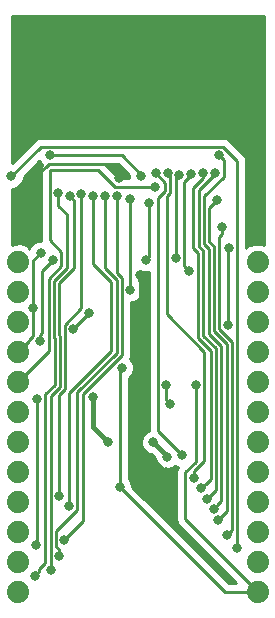
<source format=gbr>
G04 #@! TF.GenerationSoftware,KiCad,Pcbnew,(5.0.2)-1*
G04 #@! TF.CreationDate,2019-10-20T23:59:16+02:00*
G04 #@! TF.ProjectId,esp32-lifepo4 - slim,65737033-322d-46c6-9966-65706f34202d,rev?*
G04 #@! TF.SameCoordinates,Original*
G04 #@! TF.FileFunction,Copper,L2,Bot*
G04 #@! TF.FilePolarity,Positive*
%FSLAX46Y46*%
G04 Gerber Fmt 4.6, Leading zero omitted, Abs format (unit mm)*
G04 Created by KiCad (PCBNEW (5.0.2)-1) date 20/10/2019 23:59:16*
%MOMM*%
%LPD*%
G01*
G04 APERTURE LIST*
G04 #@! TA.AperFunction,ComponentPad*
%ADD10C,1.879600*%
G04 #@! TD*
G04 #@! TA.AperFunction,ViaPad*
%ADD11C,0.800000*%
G04 #@! TD*
G04 #@! TA.AperFunction,Conductor*
%ADD12C,0.250000*%
G04 #@! TD*
G04 #@! TA.AperFunction,Conductor*
%ADD13C,0.400000*%
G04 #@! TD*
G04 #@! TA.AperFunction,Conductor*
%ADD14C,0.254000*%
G04 #@! TD*
G04 APERTURE END LIST*
D10*
G04 #@! TO.P,J1,1*
G04 #@! TO.N,3V3*
X136816160Y-90510934D03*
G04 #@! TO.P,J1,2*
G04 #@! TO.N,VIN*
X136816160Y-93050934D03*
G04 #@! TO.P,J1,3*
G04 #@! TO.N,BAT+*
X136816160Y-95590934D03*
G04 #@! TO.P,J1,4*
G04 #@! TO.N,GND*
X136816160Y-98130934D03*
G04 #@! TO.P,J1,5*
G04 #@! TO.N,BOOT*
X136816160Y-100670934D03*
G04 #@! TO.P,J1,6*
G04 #@! TO.N,IO32*
X136816160Y-103210934D03*
G04 #@! TO.P,J1,7*
G04 #@! TO.N,IO33*
X136816160Y-105750934D03*
G04 #@! TO.P,J1,8*
G04 #@! TO.N,IO34*
X136816160Y-108290934D03*
G04 #@! TO.P,J1,9*
G04 #@! TO.N,IO35*
X136816160Y-110830934D03*
G04 #@! TO.P,J1,10*
G04 #@! TO.N,IO25*
X136816160Y-113370934D03*
G04 #@! TO.P,J1,11*
G04 #@! TO.N,IO26*
X136816160Y-115910934D03*
G04 #@! TO.P,J1,12*
G04 #@! TO.N,IO27*
X136816160Y-118450934D03*
G04 #@! TD*
G04 #@! TO.P,J2,12*
G04 #@! TO.N,GND*
X157136160Y-90510934D03*
G04 #@! TO.P,J2,11*
G04 #@! TO.N,TX0*
X157136160Y-93050934D03*
G04 #@! TO.P,J2,10*
G04 #@! TO.N,RX0*
X157136160Y-95590934D03*
G04 #@! TO.P,J2,9*
G04 #@! TO.N,IO23*
X157136160Y-98130934D03*
G04 #@! TO.P,J2,8*
G04 #@! TO.N,IO22*
X157136160Y-100670934D03*
G04 #@! TO.P,J2,7*
G04 #@! TO.N,IO21*
X157136160Y-103210934D03*
G04 #@! TO.P,J2,6*
G04 #@! TO.N,IO19*
X157136160Y-105750934D03*
G04 #@! TO.P,J2,5*
G04 #@! TO.N,IO18*
X157136160Y-108290934D03*
G04 #@! TO.P,J2,4*
G04 #@! TO.N,IO17*
X157136160Y-110830934D03*
G04 #@! TO.P,J2,3*
G04 #@! TO.N,IO16*
X157136160Y-113370934D03*
G04 #@! TO.P,J2,2*
G04 #@! TO.N,IO14*
X157136160Y-115910934D03*
G04 #@! TO.P,J2,1*
G04 #@! TO.N,GND*
X157136160Y-118450934D03*
G04 #@! TD*
D11*
G04 #@! TO.N,GND*
X145452160Y-109560934D03*
X136816160Y-98130934D03*
X154573745Y-95810338D03*
X154647745Y-89333338D03*
X138100745Y-94413338D03*
X151853745Y-100890338D03*
X145579748Y-99452040D03*
X138735745Y-89714338D03*
X141479515Y-96170498D03*
X142799745Y-94794328D03*
G04 #@! TO.N,BAT+*
X148246160Y-105750934D03*
X149419966Y-107007920D03*
G04 #@! TO.N,VIN*
X144436160Y-105750934D03*
X143133183Y-101898606D03*
G04 #@! TO.N,Net-(D2-Pad1)*
X149366755Y-100935946D03*
X149687532Y-102535958D03*
G04 #@! TO.N,3V3*
X140626160Y-71460934D03*
X140626160Y-72730934D03*
X140626160Y-74000934D03*
X149350730Y-108297877D03*
X136830745Y-88571338D03*
X146609745Y-101652338D03*
X145339745Y-83364338D03*
X146569760Y-104887326D03*
X147150413Y-91614558D03*
G04 #@! TO.N,BOOT*
X148387745Y-84126330D03*
G04 #@! TO.N,IO32*
X141093289Y-111123024D03*
X143168801Y-84906209D03*
G04 #@! TO.N,IO33*
X142177470Y-84774733D03*
X140291766Y-110288338D03*
G04 #@! TO.N,IO34*
X145168202Y-84918961D03*
X140741777Y-114016962D03*
G04 #@! TO.N,IO35*
X144168348Y-84936695D03*
X140291766Y-115417146D03*
G04 #@! TO.N,IO25*
X139512473Y-81477339D03*
X147244745Y-83237338D03*
X147879745Y-85523338D03*
X147625745Y-90349338D03*
X138391745Y-102095659D03*
X138354745Y-114479338D03*
X139751745Y-90349342D03*
X138692720Y-97215678D03*
G04 #@! TO.N,IO26*
X141187528Y-84916290D03*
X139565905Y-116579498D03*
G04 #@! TO.N,IO27*
X138213160Y-117053934D03*
X140222755Y-84653161D03*
G04 #@! TO.N,TX0*
X150151160Y-90129934D03*
X150470290Y-83101473D03*
G04 #@! TO.N,RX0*
X151294160Y-91254933D03*
X151468916Y-83048847D03*
G04 #@! TO.N,IO23*
X150673745Y-106859338D03*
X148455594Y-82925535D03*
G04 #@! TO.N,IO22*
X149476532Y-82989804D03*
X151689745Y-108764342D03*
G04 #@! TO.N,IO21*
X152466271Y-82976001D03*
X152324745Y-109653338D03*
G04 #@! TO.N,IO19*
X153466269Y-82981174D03*
X152832745Y-110542338D03*
G04 #@! TO.N,IO18*
X153830852Y-81459338D03*
X153388229Y-111373880D03*
G04 #@! TO.N,IO17*
X153721745Y-112320338D03*
X153669534Y-85273038D03*
G04 #@! TO.N,IO16*
X154483745Y-113590338D03*
X154102745Y-87555338D03*
G04 #@! TO.N,IO14*
X136246160Y-83250839D03*
X155372745Y-114733338D03*
G04 #@! TO.N,ISET*
X146269089Y-85122005D03*
X146329777Y-92889338D03*
G04 #@! TD*
D12*
G04 #@! TO.N,GND*
X154342160Y-118450934D02*
X157136160Y-118450934D01*
X145452160Y-109560934D02*
X154342160Y-118450934D01*
X154573745Y-95810338D02*
X154573745Y-89407338D01*
X154573745Y-89407338D02*
X154647745Y-89333338D01*
X156196361Y-117511135D02*
X157136160Y-118450934D01*
X150964744Y-112279518D02*
X156196361Y-117511135D01*
X150964744Y-108287248D02*
X150964744Y-112279518D01*
X151853745Y-107398247D02*
X150964744Y-108287248D01*
X151853745Y-100890338D02*
X151853745Y-107398247D01*
X145452160Y-109560934D02*
X145452160Y-99579628D01*
X145452160Y-99579628D02*
X145579748Y-99452040D01*
X138100745Y-94413338D02*
X138100745Y-90349338D01*
X138100745Y-90349338D02*
X138735745Y-89714338D01*
X141479515Y-96170498D02*
X142799745Y-94850268D01*
X137755959Y-97191135D02*
X137755959Y-97079435D01*
X136816160Y-98130934D02*
X137755959Y-97191135D01*
X138100745Y-94979023D02*
X138100745Y-94413338D01*
X142799745Y-94850268D02*
X142799745Y-94794328D01*
X138100745Y-96734649D02*
X138100745Y-94979023D01*
X137755959Y-97079435D02*
X138100745Y-96734649D01*
D13*
G04 #@! TO.N,BAT+*
X148246160Y-105750934D02*
X149419966Y-106924740D01*
X149419966Y-106924740D02*
X149419966Y-107007920D01*
G04 #@! TO.N,VIN*
X144436160Y-105750934D02*
X143133183Y-104447957D01*
X143133183Y-104447957D02*
X143133183Y-101898606D01*
D12*
G04 #@! TO.N,Net-(D2-Pad1)*
X149366755Y-102215181D02*
X149687532Y-102535958D01*
X149366755Y-100935946D02*
X149366755Y-102215181D01*
G04 #@! TO.N,3V3*
X136830745Y-84779939D02*
X139408345Y-82202339D01*
X144939746Y-82964339D02*
X145339745Y-83364338D01*
X139408345Y-82202339D02*
X144177746Y-82202339D01*
X144177746Y-82202339D02*
X144939746Y-82964339D01*
X136830745Y-88571338D02*
X136830745Y-84779939D01*
X149350730Y-108297877D02*
X146569760Y-105516907D01*
X146569760Y-105453011D02*
X146569760Y-104887326D01*
X146569760Y-105516907D02*
X146569760Y-105453011D01*
X147150413Y-101111670D02*
X147150413Y-92180243D01*
X147150413Y-92180243D02*
X147150413Y-91614558D01*
X146609745Y-101652338D02*
X147150413Y-101111670D01*
G04 #@! TO.N,BOOT*
X139404480Y-97077700D02*
X139404480Y-91896605D01*
X139497745Y-82749349D02*
X139536755Y-82710339D01*
X143612742Y-82710339D02*
X145028733Y-84126330D01*
X136816160Y-100670934D02*
X139475701Y-98011393D01*
X147822060Y-84126330D02*
X148387745Y-84126330D01*
X139404480Y-91896605D02*
X140476746Y-90824339D01*
X140476746Y-90824339D02*
X140476746Y-89620337D01*
X145028733Y-84126330D02*
X147822060Y-84126330D01*
X139475701Y-97148921D02*
X139404480Y-97077700D01*
X140476746Y-89620337D02*
X139497745Y-88641336D01*
X139497745Y-88641336D02*
X139497745Y-82749349D01*
X139536755Y-82710339D02*
X143612742Y-82710339D01*
X139475701Y-98011393D02*
X139475701Y-97148921D01*
G04 #@! TO.N,IO32*
X143168801Y-85471894D02*
X143168801Y-84906209D01*
X143168801Y-90677927D02*
X143168801Y-85471894D01*
X144704745Y-92213871D02*
X143168801Y-90677927D01*
X144704745Y-98009578D02*
X144704745Y-92213871D01*
X141093289Y-111123024D02*
X141093289Y-101621034D01*
X141093289Y-101621034D02*
X144704745Y-98009578D01*
G04 #@! TO.N,IO33*
X140825734Y-101252178D02*
X140291766Y-101786146D01*
X140754513Y-96518500D02*
X140825734Y-96589721D01*
X140825734Y-96589721D02*
X140825734Y-101252178D01*
X140291766Y-101786146D02*
X140291766Y-109722653D01*
X140754513Y-95822496D02*
X140754513Y-96518500D01*
X142177470Y-84774733D02*
X142177470Y-94399539D01*
X142177470Y-94399539D02*
X140754513Y-95822496D01*
X140291766Y-109722653D02*
X140291766Y-110288338D01*
G04 #@! TO.N,IO34*
X145168202Y-84918961D02*
X145168202Y-91404506D01*
X142310744Y-112447995D02*
X141141776Y-113616963D01*
X141141776Y-113616963D02*
X140741777Y-114016962D01*
X142310744Y-101676401D02*
X142310744Y-112447995D01*
X145604767Y-98382378D02*
X142310744Y-101676401D01*
X145604767Y-91841071D02*
X145604767Y-98382378D01*
X145168202Y-91404506D02*
X145604767Y-91841071D01*
G04 #@! TO.N,IO35*
X144168348Y-84936695D02*
X144168348Y-91041063D01*
X141818291Y-111471026D02*
X140016767Y-113272549D01*
X140016767Y-113272549D02*
X140016767Y-114576462D01*
X140291766Y-114851461D02*
X140291766Y-115417146D01*
X140016767Y-114576462D02*
X140291766Y-114851461D01*
X141818291Y-101532443D02*
X141818291Y-111471026D01*
X145154756Y-98195978D02*
X141818291Y-101532443D01*
X145154756Y-92027471D02*
X145154756Y-98195978D01*
X144168348Y-91041063D02*
X145154756Y-92027471D01*
G04 #@! TO.N,IO25*
X147244745Y-83110338D02*
X147244745Y-83237338D01*
X139512473Y-81477339D02*
X145611746Y-81477339D01*
X145611746Y-81477339D02*
X147244745Y-83110338D01*
X147879745Y-85523338D02*
X147879745Y-90095338D01*
X147879745Y-90095338D02*
X147625745Y-90349338D01*
X138391745Y-102095659D02*
X138391745Y-114442338D01*
X138391745Y-114442338D02*
X138354745Y-114479338D01*
X138825746Y-91275341D02*
X138825746Y-96516967D01*
X139751745Y-90349342D02*
X138825746Y-91275341D01*
X138692720Y-96649993D02*
X138692720Y-97215678D01*
X138825746Y-96516967D02*
X138692720Y-96649993D01*
G04 #@! TO.N,IO26*
X139566756Y-101874745D02*
X139566756Y-116578647D01*
X140375723Y-101065778D02*
X139566756Y-101874745D01*
X140375723Y-96776121D02*
X140375723Y-101065778D01*
X141187528Y-84916290D02*
X141587527Y-85316289D01*
X140304502Y-96704900D02*
X140375723Y-96776121D01*
X140304502Y-92269405D02*
X140304502Y-96704900D01*
X141587527Y-90986380D02*
X140304502Y-92269405D01*
X139566756Y-116578647D02*
X139565905Y-116579498D01*
X141587527Y-85316289D02*
X141587527Y-90986380D01*
G04 #@! TO.N,IO27*
X138250159Y-116709933D02*
X138340160Y-116799934D01*
X140222755Y-85768844D02*
X140222755Y-85218846D01*
X138213160Y-117053934D02*
X138613159Y-116653935D01*
X139116745Y-101688345D02*
X139925712Y-100879378D01*
X139925712Y-96962521D02*
X139854491Y-96891300D01*
X138613159Y-116506924D02*
X139116745Y-116003338D01*
X139116745Y-116003338D02*
X139116745Y-101688345D01*
X139854491Y-92083005D02*
X140926757Y-91010739D01*
X138613159Y-116653935D02*
X138613159Y-116506924D01*
X139925712Y-100879378D02*
X139925712Y-96962521D01*
X140926757Y-91010739D02*
X140926757Y-86472846D01*
X140222755Y-85218846D02*
X140222755Y-84653161D01*
X140926757Y-86472846D02*
X140222755Y-85768844D01*
X139854491Y-96891300D02*
X139854491Y-92083005D01*
G04 #@! TO.N,TX0*
X150151160Y-90129934D02*
X150151160Y-83420603D01*
X150151160Y-83420603D02*
X150470290Y-83101473D01*
G04 #@! TO.N,RX0*
X150894161Y-90854934D02*
X150894161Y-83725870D01*
X151294160Y-91254933D02*
X150894161Y-90854934D01*
X150894161Y-83725870D02*
X151468916Y-83151115D01*
X151468916Y-83151115D02*
X151468916Y-83048847D01*
G04 #@! TO.N,IO23*
X149239746Y-84474339D02*
X149239746Y-83778337D01*
X148641745Y-85072340D02*
X149239746Y-84474339D01*
X148641745Y-104827338D02*
X148641745Y-85072340D01*
X150673745Y-106859338D02*
X148641745Y-104827338D01*
X148455594Y-82994185D02*
X148455594Y-82925535D01*
X149239746Y-83778337D02*
X148455594Y-82994185D01*
G04 #@! TO.N,IO22*
X151689745Y-108198657D02*
X151689745Y-108764342D01*
X152578745Y-107309657D02*
X151689745Y-108198657D01*
X149689757Y-83203029D02*
X149689757Y-84660739D01*
X149689757Y-84660739D02*
X149416307Y-84934188D01*
X149416307Y-84934188D02*
X149416307Y-94933900D01*
X149476532Y-82989804D02*
X149689757Y-83203029D01*
X149416307Y-94933900D02*
X152578745Y-98096338D01*
X152578745Y-98096338D02*
X152578745Y-107309657D01*
G04 #@! TO.N,IO21*
X152724744Y-109253339D02*
X152324745Y-109653338D01*
X153122691Y-108855392D02*
X152724744Y-109253339D01*
X152048701Y-96929884D02*
X153122691Y-98003873D01*
X151666135Y-84201040D02*
X151666135Y-89351540D01*
X152048701Y-89734106D02*
X152048701Y-96929884D01*
X152466271Y-83400904D02*
X151666135Y-84201040D01*
X152466271Y-82976001D02*
X152466271Y-83400904D01*
X153122691Y-98003873D02*
X153122691Y-108855392D01*
X151666135Y-89351540D02*
X152048701Y-89734106D01*
G04 #@! TO.N,IO19*
X153466269Y-83040405D02*
X152116146Y-84390528D01*
X153232744Y-110142339D02*
X152832745Y-110542338D01*
X152498712Y-89547706D02*
X152498712Y-96743484D01*
X152116146Y-89165140D02*
X152498712Y-89547706D01*
X153572702Y-97817473D02*
X153572702Y-109802381D01*
X152498712Y-96743484D02*
X153572702Y-97817473D01*
X153466269Y-82981174D02*
X153466269Y-83040405D01*
X153572702Y-109802381D02*
X153232744Y-110142339D01*
X152116146Y-84390528D02*
X152116146Y-89165140D01*
G04 #@! TO.N,IO18*
X152566157Y-88978740D02*
X152948723Y-89361306D01*
X152948723Y-96557084D02*
X154022713Y-97631073D01*
X154022713Y-97631073D02*
X154022713Y-110739396D01*
X154022713Y-110739396D02*
X153788228Y-110973881D01*
X153788228Y-110973881D02*
X153388229Y-111373880D01*
X152566157Y-84932167D02*
X152566157Y-88978740D01*
X153830852Y-81459338D02*
X154230851Y-81859337D01*
X152948723Y-89361306D02*
X152948723Y-96557084D01*
X154230851Y-81859337D02*
X154230851Y-83267473D01*
X154230851Y-83267473D02*
X152566157Y-84932167D01*
G04 #@! TO.N,IO17*
X153721745Y-112320338D02*
X154472724Y-111569359D01*
X153269535Y-85673037D02*
X153669534Y-85273038D01*
X153398734Y-89174906D02*
X153016168Y-88792340D01*
X153398734Y-96370684D02*
X153398734Y-89174906D01*
X153016168Y-85926404D02*
X153269535Y-85673037D01*
X153016168Y-88792340D02*
X153016168Y-85926404D01*
X154472724Y-97444673D02*
X153398734Y-96370684D01*
X154472724Y-111569359D02*
X154472724Y-97444673D01*
G04 #@! TO.N,IO16*
X154483745Y-113590338D02*
X154922735Y-113151348D01*
X154922735Y-113151348D02*
X154922735Y-97258273D01*
X154922735Y-97258273D02*
X153848745Y-96184284D01*
X153848745Y-96184284D02*
X153848745Y-88375023D01*
X153848745Y-88375023D02*
X154102745Y-88121023D01*
X154102745Y-88121023D02*
X154102745Y-87555338D01*
G04 #@! TO.N,IO14*
X155372745Y-81947336D02*
X155372745Y-114733338D01*
X154159746Y-80734337D02*
X155372745Y-81947336D01*
X136246160Y-83250839D02*
X138762662Y-80734337D01*
X138762662Y-80734337D02*
X154159746Y-80734337D01*
G04 #@! TO.N,ISET*
X146269089Y-85122005D02*
X146269089Y-92828650D01*
X146269089Y-92828650D02*
X146329777Y-92889338D01*
G04 #@! TD*
D14*
G04 #@! TO.N,3V3*
G36*
X147039465Y-91226769D02*
X147419871Y-91384338D01*
X147831619Y-91384338D01*
X147881746Y-91363575D01*
X147881745Y-104752491D01*
X147875434Y-104784218D01*
X147659880Y-104873503D01*
X147368729Y-105164654D01*
X147211160Y-105545060D01*
X147211160Y-105956808D01*
X147368729Y-106337214D01*
X147659880Y-106628365D01*
X148040286Y-106785934D01*
X148100292Y-106785934D01*
X148384966Y-107070608D01*
X148384966Y-107213794D01*
X148542535Y-107594200D01*
X148833686Y-107885351D01*
X149214092Y-108042920D01*
X149625840Y-108042920D01*
X150006246Y-107885351D01*
X150135098Y-107756499D01*
X150346756Y-107844170D01*
X150248840Y-107990712D01*
X150204744Y-108212397D01*
X150204744Y-108212401D01*
X150189856Y-108287248D01*
X150204744Y-108362095D01*
X150204745Y-112204666D01*
X150189856Y-112279518D01*
X150248841Y-112576055D01*
X150361415Y-112744533D01*
X150416816Y-112827447D01*
X150480272Y-112869847D01*
X155301358Y-117690934D01*
X154656962Y-117690934D01*
X146487160Y-109521133D01*
X146487160Y-109355060D01*
X146329591Y-108974654D01*
X146212160Y-108857223D01*
X146212160Y-100283339D01*
X146457179Y-100038320D01*
X146614748Y-99657914D01*
X146614748Y-99246166D01*
X146457179Y-98865760D01*
X146300509Y-98709090D01*
X146320671Y-98678915D01*
X146364767Y-98457230D01*
X146364767Y-98457226D01*
X146379655Y-98382379D01*
X146364767Y-98307532D01*
X146364767Y-93924338D01*
X146535651Y-93924338D01*
X146916057Y-93766769D01*
X147207208Y-93475618D01*
X147364777Y-93095212D01*
X147364777Y-92683464D01*
X147207208Y-92303058D01*
X147029089Y-92124939D01*
X147029089Y-91216393D01*
X147039465Y-91226769D01*
X147039465Y-91226769D01*
G37*
X147039465Y-91226769D02*
X147419871Y-91384338D01*
X147831619Y-91384338D01*
X147881746Y-91363575D01*
X147881745Y-104752491D01*
X147875434Y-104784218D01*
X147659880Y-104873503D01*
X147368729Y-105164654D01*
X147211160Y-105545060D01*
X147211160Y-105956808D01*
X147368729Y-106337214D01*
X147659880Y-106628365D01*
X148040286Y-106785934D01*
X148100292Y-106785934D01*
X148384966Y-107070608D01*
X148384966Y-107213794D01*
X148542535Y-107594200D01*
X148833686Y-107885351D01*
X149214092Y-108042920D01*
X149625840Y-108042920D01*
X150006246Y-107885351D01*
X150135098Y-107756499D01*
X150346756Y-107844170D01*
X150248840Y-107990712D01*
X150204744Y-108212397D01*
X150204744Y-108212401D01*
X150189856Y-108287248D01*
X150204744Y-108362095D01*
X150204745Y-112204666D01*
X150189856Y-112279518D01*
X150248841Y-112576055D01*
X150361415Y-112744533D01*
X150416816Y-112827447D01*
X150480272Y-112869847D01*
X155301358Y-117690934D01*
X154656962Y-117690934D01*
X146487160Y-109521133D01*
X146487160Y-109355060D01*
X146329591Y-108974654D01*
X146212160Y-108857223D01*
X146212160Y-100283339D01*
X146457179Y-100038320D01*
X146614748Y-99657914D01*
X146614748Y-99246166D01*
X146457179Y-98865760D01*
X146300509Y-98709090D01*
X146320671Y-98678915D01*
X146364767Y-98457230D01*
X146364767Y-98457226D01*
X146379655Y-98382379D01*
X146364767Y-98307532D01*
X146364767Y-93924338D01*
X146535651Y-93924338D01*
X146916057Y-93766769D01*
X147207208Y-93475618D01*
X147364777Y-93095212D01*
X147364777Y-92683464D01*
X147207208Y-92303058D01*
X147029089Y-92124939D01*
X147029089Y-91216393D01*
X147039465Y-91226769D01*
G36*
X137009908Y-90496792D02*
X136995765Y-90510934D01*
X137009908Y-90525077D01*
X136830303Y-90704682D01*
X136816160Y-90690539D01*
X136802018Y-90704682D01*
X136622413Y-90525077D01*
X136636555Y-90510934D01*
X136622413Y-90496792D01*
X136802018Y-90317187D01*
X136816160Y-90331329D01*
X136830303Y-90317187D01*
X137009908Y-90496792D01*
X137009908Y-90496792D01*
G37*
X137009908Y-90496792D02*
X136995765Y-90510934D01*
X137009908Y-90525077D01*
X136830303Y-90704682D01*
X136816160Y-90690539D01*
X136802018Y-90704682D01*
X136622413Y-90525077D01*
X136636555Y-90510934D01*
X136622413Y-90496792D01*
X136802018Y-90317187D01*
X136816160Y-90331329D01*
X136830303Y-90317187D01*
X137009908Y-90496792D01*
G36*
X138635042Y-82063619D02*
X138878931Y-82307508D01*
X138832093Y-82377606D01*
X138781842Y-82452812D01*
X138747390Y-82626016D01*
X138722857Y-82749349D01*
X138737746Y-82824201D01*
X138737745Y-88566489D01*
X138722857Y-88641336D01*
X138730416Y-88679338D01*
X138529871Y-88679338D01*
X138149465Y-88836907D01*
X137858314Y-89128058D01*
X137745218Y-89401096D01*
X137654237Y-89141354D01*
X137066327Y-88924889D01*
X136440332Y-88949885D01*
X136281160Y-89015816D01*
X136281160Y-84285839D01*
X136452034Y-84285839D01*
X136832440Y-84128270D01*
X137123591Y-83837119D01*
X137281160Y-83456713D01*
X137281160Y-83290640D01*
X138597886Y-81973915D01*
X138635042Y-82063619D01*
X138635042Y-82063619D01*
G37*
X138635042Y-82063619D02*
X138878931Y-82307508D01*
X138832093Y-82377606D01*
X138781842Y-82452812D01*
X138747390Y-82626016D01*
X138722857Y-82749349D01*
X138737746Y-82824201D01*
X138737745Y-88566489D01*
X138722857Y-88641336D01*
X138730416Y-88679338D01*
X138529871Y-88679338D01*
X138149465Y-88836907D01*
X137858314Y-89128058D01*
X137745218Y-89401096D01*
X137654237Y-89141354D01*
X137066327Y-88924889D01*
X136440332Y-88949885D01*
X136281160Y-89015816D01*
X136281160Y-84285839D01*
X136452034Y-84285839D01*
X136832440Y-84128270D01*
X137123591Y-83837119D01*
X137281160Y-83456713D01*
X137281160Y-83290640D01*
X138597886Y-81973915D01*
X138635042Y-82063619D01*
G36*
X157671160Y-89027987D02*
X157449407Y-88936134D01*
X156822913Y-88936134D01*
X156244108Y-89175883D01*
X156132745Y-89287246D01*
X156132745Y-82022184D01*
X156147633Y-81947336D01*
X156132745Y-81872488D01*
X156132745Y-81872484D01*
X156088649Y-81650799D01*
X155920674Y-81399407D01*
X155857218Y-81357007D01*
X154750077Y-80249867D01*
X154707675Y-80186408D01*
X154456283Y-80018433D01*
X154234598Y-79974337D01*
X154234593Y-79974337D01*
X154159746Y-79959449D01*
X154084899Y-79974337D01*
X138837508Y-79974337D01*
X138762661Y-79959449D01*
X138687814Y-79974337D01*
X138687810Y-79974337D01*
X138466125Y-80018433D01*
X138214733Y-80186408D01*
X138172333Y-80249864D01*
X136281160Y-82141038D01*
X136281160Y-69655934D01*
X157671160Y-69655934D01*
X157671160Y-89027987D01*
X157671160Y-89027987D01*
G37*
X157671160Y-89027987D02*
X157449407Y-88936134D01*
X156822913Y-88936134D01*
X156244108Y-89175883D01*
X156132745Y-89287246D01*
X156132745Y-82022184D01*
X156147633Y-81947336D01*
X156132745Y-81872488D01*
X156132745Y-81872484D01*
X156088649Y-81650799D01*
X155920674Y-81399407D01*
X155857218Y-81357007D01*
X154750077Y-80249867D01*
X154707675Y-80186408D01*
X154456283Y-80018433D01*
X154234598Y-79974337D01*
X154234593Y-79974337D01*
X154159746Y-79959449D01*
X154084899Y-79974337D01*
X138837508Y-79974337D01*
X138762661Y-79959449D01*
X138687814Y-79974337D01*
X138687810Y-79974337D01*
X138466125Y-80018433D01*
X138214733Y-80186408D01*
X138172333Y-80249864D01*
X136281160Y-82141038D01*
X136281160Y-69655934D01*
X157671160Y-69655934D01*
X157671160Y-89027987D01*
G36*
X146209745Y-83150140D02*
X146209745Y-83366330D01*
X145343535Y-83366330D01*
X144214543Y-82237339D01*
X145296945Y-82237339D01*
X146209745Y-83150140D01*
X146209745Y-83150140D01*
G37*
X146209745Y-83150140D02*
X146209745Y-83366330D01*
X145343535Y-83366330D01*
X144214543Y-82237339D01*
X145296945Y-82237339D01*
X146209745Y-83150140D01*
G04 #@! TD*
M02*

</source>
